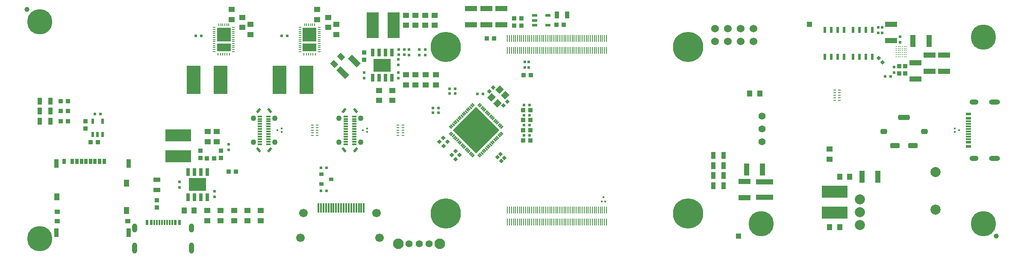
<source format=gbr>
%TF.GenerationSoftware,Altium Limited,Altium Designer,22.4.2 (48)*%
G04 Layer_Color=255*
%FSLAX26Y26*%
%MOIN*%
%TF.SameCoordinates,8C98EB32-1E12-42CD-A60B-9DA89663A72C*%
%TF.FilePolarity,Positive*%
%TF.FileFunction,Pads,Top*%
%TF.Part,Single*%
G01*
G75*
%TA.AperFunction,SMDPad,CuDef*%
%ADD12R,0.043307X0.023622*%
%ADD13R,0.043307X0.011811*%
%ADD14R,0.033465X0.011811*%
G04:AMPARAMS|DCode=15|XSize=19.685mil|YSize=40.551mil|CornerRadius=0mil|HoleSize=0mil|Usage=FLASHONLY|Rotation=40.000|XOffset=0mil|YOffset=0mil|HoleType=Round|Shape=Rectangle|*
%AMROTATEDRECTD15*
4,1,4,0.005493,-0.021859,-0.020573,0.009205,-0.005493,0.021859,0.020573,-0.009205,0.005493,-0.021859,0.0*
%
%ADD15ROTATEDRECTD15*%

G04:AMPARAMS|DCode=16|XSize=19.685mil|YSize=40.551mil|CornerRadius=0mil|HoleSize=0mil|Usage=FLASHONLY|Rotation=140.000|XOffset=0mil|YOffset=0mil|HoleType=Round|Shape=Rectangle|*
%AMROTATEDRECTD16*
4,1,4,0.020573,0.009205,-0.005493,-0.021859,-0.020573,-0.009205,0.005493,0.021859,0.020573,0.009205,0.0*
%
%ADD16ROTATEDRECTD16*%

%TA.AperFunction,BGAPad,CuDef*%
%ADD17C,0.007874*%
%TA.AperFunction,SMDPad,CuDef*%
%ADD18R,0.092520X0.200787*%
%ADD19R,0.035433X0.031496*%
%ADD20R,0.137795X0.102362*%
%ADD21R,0.031496X0.059055*%
%ADD22R,0.033465X0.035433*%
%ADD23R,0.023622X0.023622*%
%ADD24R,0.023622X0.007874*%
%ADD25R,0.107087X0.060236*%
%ADD26R,0.107087X0.107087*%
%ADD27R,0.009842X0.023622*%
%ADD28R,0.007874X0.023622*%
G04:AMPARAMS|DCode=29|XSize=11.024mil|YSize=27.165mil|CornerRadius=0mil|HoleSize=0mil|Usage=FLASHONLY|Rotation=315.000|XOffset=0mil|YOffset=0mil|HoleType=Round|Shape=Rectangle|*
%AMROTATEDRECTD29*
4,1,4,-0.013502,-0.005707,0.005707,0.013502,0.013502,0.005707,-0.005707,-0.013502,-0.013502,-0.005707,0.0*
%
%ADD29ROTATEDRECTD29*%

G04:AMPARAMS|DCode=30|XSize=11.024mil|YSize=27.165mil|CornerRadius=0mil|HoleSize=0mil|Usage=FLASHONLY|Rotation=45.000|XOffset=0mil|YOffset=0mil|HoleType=Round|Shape=Rectangle|*
%AMROTATEDRECTD30*
4,1,4,0.005707,-0.013502,-0.013502,0.005707,-0.005707,0.013502,0.013502,-0.005707,0.005707,-0.013502,0.0*
%
%ADD30ROTATEDRECTD30*%

%ADD31P,0.361905X4X180.0*%
%ADD32R,0.024016X0.050000*%
%ADD33R,0.035433X0.055118*%
%ADD34R,0.011811X0.074803*%
%ADD35R,0.007874X0.056299*%
%ADD36R,0.106299X0.220472*%
%ADD37R,0.049213X0.039370*%
%ADD38R,0.133858X0.043307*%
%ADD39R,0.039370X0.033465*%
%ADD40R,0.044488X0.055118*%
%ADD41R,0.035433X0.066929*%
%ADD42R,0.025591X0.039370*%
G04:AMPARAMS|DCode=43|XSize=51.181mil|YSize=43.307mil|CornerRadius=0mil|HoleSize=0mil|Usage=FLASHONLY|Rotation=225.000|XOffset=0mil|YOffset=0mil|HoleType=Round|Shape=Rectangle|*
%AMROTATEDRECTD43*
4,1,4,0.002784,0.033407,0.033407,0.002784,-0.002784,-0.033407,-0.033407,-0.002784,0.002784,0.033407,0.0*
%
%ADD43ROTATEDRECTD43*%

%ADD44R,0.023622X0.043307*%
%ADD45R,0.011811X0.043307*%
%TA.AperFunction,FiducialPad,Global*%
%ADD46C,0.039370*%
%ADD47R,0.039370X0.039370*%
%TA.AperFunction,SMDPad,CuDef*%
%ADD48P,0.033407X4X180.0*%
%ADD49R,0.043307X0.094488*%
%ADD50R,0.200787X0.092520*%
%ADD51R,0.023622X0.023622*%
%ADD52R,0.039370X0.049213*%
%ADD53R,0.035433X0.033465*%
%ADD54R,0.094488X0.043307*%
%ADD55P,0.033407X4X90.0*%
%ADD56R,0.055118X0.035433*%
%ADD57R,0.011811X0.011811*%
%ADD58R,0.011811X0.011811*%
%ADD59R,0.018701X0.007874*%
G04:AMPARAMS|DCode=60|XSize=43.307mil|YSize=94.488mil|CornerRadius=0mil|HoleSize=0mil|Usage=FLASHONLY|Rotation=45.000|XOffset=0mil|YOffset=0mil|HoleType=Round|Shape=Rectangle|*
%AMROTATEDRECTD60*
4,1,4,0.018095,-0.048718,-0.048718,0.018095,-0.018095,0.048718,0.048718,-0.018095,0.018095,-0.048718,0.0*
%
%ADD60ROTATEDRECTD60*%

G04:AMPARAMS|DCode=61|XSize=39.37mil|YSize=49.213mil|CornerRadius=0mil|HoleSize=0mil|Usage=FLASHONLY|Rotation=45.000|XOffset=0mil|YOffset=0mil|HoleType=Round|Shape=Rectangle|*
%AMROTATEDRECTD61*
4,1,4,0.003480,-0.031319,-0.031319,0.003480,-0.003480,0.031319,0.031319,-0.003480,0.003480,-0.031319,0.0*
%
%ADD61ROTATEDRECTD61*%

%TA.AperFunction,ComponentPad*%
%ADD76C,0.078740*%
%ADD77O,0.086614X0.039370*%
%ADD78O,0.070866X0.039370*%
G04:AMPARAMS|DCode=79|XSize=74.803mil|YSize=39.37mil|CornerRadius=9.842mil|HoleSize=0mil|Usage=FLASHONLY|Rotation=180.000|XOffset=0mil|YOffset=0mil|HoleType=Round|Shape=RoundedRectangle|*
%AMROUNDEDRECTD79*
21,1,0.074803,0.019685,0,0,180.0*
21,1,0.055118,0.039370,0,0,180.0*
1,1,0.019685,-0.027559,0.009843*
1,1,0.019685,0.027559,0.009843*
1,1,0.019685,0.027559,-0.009843*
1,1,0.019685,-0.027559,-0.009843*
%
%ADD79ROUNDEDRECTD79*%
G04:AMPARAMS|DCode=80|XSize=90.551mil|YSize=39.37mil|CornerRadius=9.842mil|HoleSize=0mil|Usage=FLASHONLY|Rotation=180.000|XOffset=0mil|YOffset=0mil|HoleType=Round|Shape=RoundedRectangle|*
%AMROUNDEDRECTD80*
21,1,0.090551,0.019685,0,0,180.0*
21,1,0.070866,0.039370,0,0,180.0*
1,1,0.019685,-0.035433,0.009843*
1,1,0.019685,0.035433,0.009843*
1,1,0.019685,0.035433,-0.009843*
1,1,0.019685,-0.035433,-0.009843*
%
%ADD80ROUNDEDRECTD80*%
G04:AMPARAMS|DCode=81|XSize=51.181mil|YSize=39.37mil|CornerRadius=9.842mil|HoleSize=0mil|Usage=FLASHONLY|Rotation=0.000|XOffset=0mil|YOffset=0mil|HoleType=Round|Shape=RoundedRectangle|*
%AMROUNDEDRECTD81*
21,1,0.051181,0.019685,0,0,0.0*
21,1,0.031496,0.039370,0,0,0.0*
1,1,0.019685,0.015748,-0.009843*
1,1,0.019685,-0.015748,-0.009843*
1,1,0.019685,-0.015748,0.009843*
1,1,0.019685,0.015748,0.009843*
%
%ADD81ROUNDEDRECTD81*%
%ADD82C,0.043307*%
%ADD83C,0.055118*%
%ADD84C,0.082677*%
%ADD85C,0.196850*%
%ADD86C,0.066929*%
%ADD87C,0.236220*%
%ADD88C,0.060000*%
%ADD89O,0.039370X0.086614*%
%ADD90O,0.039370X0.070866*%
D12*
X9744094Y3047244D02*
D03*
Y3078740D02*
D03*
Y2858268D02*
D03*
Y2826772D02*
D03*
X6362205Y3848425D02*
D03*
X6464567Y3773622D02*
D03*
Y3848425D02*
D03*
X6362205Y3811024D02*
D03*
Y3773622D02*
D03*
D13*
X9744094Y2883858D02*
D03*
Y2903543D02*
D03*
Y2923228D02*
D03*
Y2942913D02*
D03*
Y2962598D02*
D03*
Y2982284D02*
D03*
Y3001968D02*
D03*
Y3021653D02*
D03*
D14*
X4953937Y3061024D02*
D03*
Y3041339D02*
D03*
Y3021653D02*
D03*
Y3001968D02*
D03*
Y2982284D02*
D03*
Y2962598D02*
D03*
Y2942913D02*
D03*
Y2923228D02*
D03*
Y2903543D02*
D03*
Y2883858D02*
D03*
Y2864173D02*
D03*
Y2844488D02*
D03*
X4888583D02*
D03*
Y2864173D02*
D03*
Y2883858D02*
D03*
Y2903543D02*
D03*
Y2923228D02*
D03*
Y2942913D02*
D03*
Y2962598D02*
D03*
Y2982284D02*
D03*
Y3001968D02*
D03*
Y3021653D02*
D03*
Y3041339D02*
D03*
Y3061024D02*
D03*
X4284646D02*
D03*
Y3041339D02*
D03*
Y3021653D02*
D03*
Y3001968D02*
D03*
Y2982284D02*
D03*
Y2962598D02*
D03*
Y2942913D02*
D03*
Y2923228D02*
D03*
Y2903543D02*
D03*
Y2883858D02*
D03*
Y2864173D02*
D03*
Y2844488D02*
D03*
X4219291D02*
D03*
Y2864173D02*
D03*
Y2883858D02*
D03*
Y2903543D02*
D03*
Y2923228D02*
D03*
Y2942913D02*
D03*
Y2962598D02*
D03*
Y2982284D02*
D03*
Y3001968D02*
D03*
Y3021653D02*
D03*
Y3041339D02*
D03*
Y3061024D02*
D03*
D15*
X4876575Y2800000D02*
D03*
X4965945Y3105512D02*
D03*
X4207283Y2800000D02*
D03*
X4296654Y3105512D02*
D03*
D16*
X4965945Y2800000D02*
D03*
X4876575Y3105512D02*
D03*
X4296654Y2800000D02*
D03*
X4207283Y3105512D02*
D03*
D17*
X9181102Y3527559D02*
D03*
Y3543307D02*
D03*
Y3559055D02*
D03*
Y3574803D02*
D03*
Y3590551D02*
D03*
Y3606299D02*
D03*
X9196850Y3527559D02*
D03*
Y3543307D02*
D03*
Y3559055D02*
D03*
Y3574803D02*
D03*
Y3590551D02*
D03*
Y3606299D02*
D03*
X9212598Y3527559D02*
D03*
Y3543307D02*
D03*
Y3559055D02*
D03*
Y3574803D02*
D03*
Y3590551D02*
D03*
Y3606299D02*
D03*
X9228346Y3527559D02*
D03*
Y3543307D02*
D03*
Y3559055D02*
D03*
Y3574803D02*
D03*
Y3590551D02*
D03*
Y3606299D02*
D03*
X9244094Y3527559D02*
D03*
Y3543307D02*
D03*
Y3559055D02*
D03*
Y3574803D02*
D03*
Y3590551D02*
D03*
Y3606299D02*
D03*
X9259843Y3527559D02*
D03*
Y3543307D02*
D03*
Y3559055D02*
D03*
Y3574803D02*
D03*
Y3590551D02*
D03*
Y3606299D02*
D03*
D18*
X5099409Y3771653D02*
D03*
X5262795D02*
D03*
D19*
X4775591Y2570868D02*
D03*
X4696850Y2533467D02*
D03*
Y2608270D02*
D03*
D20*
X5173228Y3460630D02*
D03*
X3732284Y2528543D02*
D03*
D21*
X5098228Y3362205D02*
D03*
X5148228D02*
D03*
X5248228D02*
D03*
X5198228D02*
D03*
Y3559055D02*
D03*
X5248228D02*
D03*
X5148228D02*
D03*
X5098228D02*
D03*
X3657284Y2430118D02*
D03*
X3707284D02*
D03*
X3807284D02*
D03*
X3757284D02*
D03*
Y2626968D02*
D03*
X3807284D02*
D03*
X3707284D02*
D03*
X3657284D02*
D03*
D22*
X6270669Y2874016D02*
D03*
X6327756D02*
D03*
X3863189Y2733268D02*
D03*
X3806102D02*
D03*
X3975394Y2630905D02*
D03*
X4032480D02*
D03*
X2953746Y2858268D02*
D03*
X2896659D02*
D03*
X2721457Y3023622D02*
D03*
X2664370D02*
D03*
X5987205Y3669291D02*
D03*
X6044291D02*
D03*
X6331693Y3381890D02*
D03*
X6274606D02*
D03*
X2664370Y3102362D02*
D03*
X2721457D02*
D03*
X6587598Y3775591D02*
D03*
X6530512D02*
D03*
X2664370Y3181102D02*
D03*
X2721457D02*
D03*
X6270669Y3110236D02*
D03*
X6327756D02*
D03*
X6270669Y3031496D02*
D03*
X6327756D02*
D03*
X6270669Y2952756D02*
D03*
X6327756D02*
D03*
D23*
X3761811Y3688976D02*
D03*
X3718504D02*
D03*
X5344488Y3582677D02*
D03*
X5301181D02*
D03*
X4738189Y2661417D02*
D03*
X4694882D02*
D03*
X4738189Y2480315D02*
D03*
X4694882D02*
D03*
X5742126Y3276575D02*
D03*
X5698819D02*
D03*
X5742126Y3241142D02*
D03*
X5698819D02*
D03*
X5612205Y3125984D02*
D03*
X5568898D02*
D03*
Y3090551D02*
D03*
X5612205D02*
D03*
X5301181Y3543307D02*
D03*
X5344488D02*
D03*
X2974415Y3078740D02*
D03*
X2931108D02*
D03*
X6320866Y3149606D02*
D03*
X6277559D02*
D03*
X6320866Y3070866D02*
D03*
X6277559D02*
D03*
X6320866Y2992126D02*
D03*
X6277559D02*
D03*
X6320866Y2913386D02*
D03*
X6277559D02*
D03*
X5958661Y3236220D02*
D03*
X5915354D02*
D03*
X9139764Y3374016D02*
D03*
X9096457D02*
D03*
X4431102Y3688976D02*
D03*
X4387795D02*
D03*
D24*
X4531496Y3677165D02*
D03*
X4681102Y3755905D02*
D03*
Y3740157D02*
D03*
Y3708661D02*
D03*
Y3692913D02*
D03*
Y3677165D02*
D03*
Y3661417D02*
D03*
Y3645669D02*
D03*
Y3629921D02*
D03*
Y3614173D02*
D03*
Y3598425D02*
D03*
Y3582677D02*
D03*
Y3566929D02*
D03*
X4531496D02*
D03*
Y3582677D02*
D03*
Y3598425D02*
D03*
Y3614173D02*
D03*
Y3629921D02*
D03*
Y3645669D02*
D03*
Y3661417D02*
D03*
Y3692913D02*
D03*
Y3708661D02*
D03*
Y3724409D02*
D03*
Y3740157D02*
D03*
Y3755905D02*
D03*
X4681102Y3724409D02*
D03*
X3862205Y3677165D02*
D03*
X4011811Y3755905D02*
D03*
Y3740157D02*
D03*
Y3708661D02*
D03*
Y3692913D02*
D03*
Y3677165D02*
D03*
Y3661417D02*
D03*
Y3645669D02*
D03*
Y3629921D02*
D03*
Y3614173D02*
D03*
Y3598425D02*
D03*
Y3582677D02*
D03*
Y3566929D02*
D03*
X3862205D02*
D03*
Y3582677D02*
D03*
Y3598425D02*
D03*
Y3614173D02*
D03*
Y3629921D02*
D03*
Y3645669D02*
D03*
Y3661417D02*
D03*
Y3692913D02*
D03*
Y3708661D02*
D03*
Y3724409D02*
D03*
Y3740157D02*
D03*
Y3755905D02*
D03*
X4011811Y3724409D02*
D03*
D25*
X4606299Y3600000D02*
D03*
X3937008D02*
D03*
D26*
X4606299Y3699409D02*
D03*
X3937008D02*
D03*
D27*
X4650591Y3547244D02*
D03*
X4562008D02*
D03*
X3981299D02*
D03*
X3892717D02*
D03*
D28*
X4631890D02*
D03*
X4614173D02*
D03*
X4598425D02*
D03*
X4580709D02*
D03*
X4566929Y3775590D02*
D03*
X4582677D02*
D03*
X4598425D02*
D03*
X4614173D02*
D03*
X4629921D02*
D03*
X4645669D02*
D03*
X3962599Y3547244D02*
D03*
X3944882D02*
D03*
X3929134D02*
D03*
X3911417D02*
D03*
X3897638Y3775590D02*
D03*
X3913386D02*
D03*
X3929134D02*
D03*
X3944882D02*
D03*
X3960630D02*
D03*
X3976378D02*
D03*
D29*
X5883241Y2752316D02*
D03*
X5872105Y2763452D02*
D03*
X5860970Y2774587D02*
D03*
X5849834Y2785723D02*
D03*
X5838699Y2796858D02*
D03*
X5827563Y2807994D02*
D03*
X5816427Y2819129D02*
D03*
X5805292Y2830265D02*
D03*
X5794156Y2841401D02*
D03*
X5783021Y2852536D02*
D03*
X5771885Y2863672D02*
D03*
X5760750Y2874807D02*
D03*
X5705072Y2930485D02*
D03*
X5716208Y2919349D02*
D03*
X5727343Y2908214D02*
D03*
X5738479Y2897078D02*
D03*
X5749614Y2885943D02*
D03*
X5938918Y3142060D02*
D03*
X5927783Y3153196D02*
D03*
X5950054Y3130925D02*
D03*
X5961190Y3119789D02*
D03*
X5972325Y3108653D02*
D03*
X5983461Y3097518D02*
D03*
X5994596Y3086382D02*
D03*
X6005732Y3075247D02*
D03*
X6016867Y3064111D02*
D03*
X6028003Y3052976D02*
D03*
X6105952Y2975027D02*
D03*
X6094816Y2986162D02*
D03*
X6083680Y2997298D02*
D03*
X6072545Y3008434D02*
D03*
X6061409Y3019569D02*
D03*
X6050274Y3030705D02*
D03*
X6039138Y3041840D02*
D03*
D30*
X5727343Y2997298D02*
D03*
X5716208Y2986162D02*
D03*
X5705072Y2975027D02*
D03*
X5738479Y3008434D02*
D03*
X5749614Y3019569D02*
D03*
X5760750Y3030705D02*
D03*
X5771885Y3041840D02*
D03*
X5783021Y3052976D02*
D03*
X5794156Y3064111D02*
D03*
X5805292Y3075247D02*
D03*
X5816427Y3086382D02*
D03*
X5883241Y3153196D02*
D03*
X5872105Y3142060D02*
D03*
X5860970Y3130925D02*
D03*
X5849834Y3119789D02*
D03*
X5838699Y3108653D02*
D03*
X5827563Y3097518D02*
D03*
X6105952Y2930485D02*
D03*
X6094816Y2919349D02*
D03*
X6083680Y2908214D02*
D03*
X6072545Y2897078D02*
D03*
X6061409Y2885943D02*
D03*
X6050274Y2874807D02*
D03*
X6039138Y2863672D02*
D03*
X6028003Y2852536D02*
D03*
X6016867Y2841401D02*
D03*
X5927783Y2752316D02*
D03*
X5938918Y2763452D02*
D03*
X5950054Y2774587D02*
D03*
X5961190Y2785723D02*
D03*
X5972325Y2796858D02*
D03*
X5983461Y2807994D02*
D03*
X5994596Y2819129D02*
D03*
X6005732Y2830265D02*
D03*
D31*
X5905512Y2952756D02*
D03*
D32*
X8996260Y3735039D02*
D03*
X8946260D02*
D03*
X8896260D02*
D03*
X8846260D02*
D03*
Y3524803D02*
D03*
X8896260D02*
D03*
X8946260D02*
D03*
X8996260D02*
D03*
X8775787Y3735039D02*
D03*
X8725787D02*
D03*
X8675787D02*
D03*
X8625787D02*
D03*
Y3524803D02*
D03*
X8675787D02*
D03*
X8725787D02*
D03*
X8775787D02*
D03*
D33*
X7753937Y2519685D02*
D03*
X7836614D02*
D03*
X2584646Y3023622D02*
D03*
X2501968D02*
D03*
X2584646Y3102362D02*
D03*
X2501968D02*
D03*
X6533465Y3854331D02*
D03*
X6616142D02*
D03*
X2584646Y3181102D02*
D03*
X2501968D02*
D03*
X7753937Y2755905D02*
D03*
X7836614D02*
D03*
X7753937Y2677165D02*
D03*
X7836614D02*
D03*
X7753937Y2598425D02*
D03*
X7836614D02*
D03*
D34*
X5029528Y2346457D02*
D03*
X5009842D02*
D03*
X4990158D02*
D03*
X4950787D02*
D03*
X4911417D02*
D03*
X4970472D02*
D03*
X4931102D02*
D03*
X4891732D02*
D03*
X4872047D02*
D03*
X4852362D02*
D03*
X4675197D02*
D03*
X4694882D02*
D03*
X4734252D02*
D03*
X4773622D02*
D03*
X4714567D02*
D03*
X4753937D02*
D03*
X4793307D02*
D03*
X4812992D02*
D03*
X4832677D02*
D03*
D35*
X6543307Y2236614D02*
D03*
X6559055D02*
D03*
X6574803D02*
D03*
X6590551D02*
D03*
X6606299D02*
D03*
X6622047D02*
D03*
X6637795D02*
D03*
X6653543D02*
D03*
X6669291D02*
D03*
X6685039D02*
D03*
X6700787D02*
D03*
X6716535D02*
D03*
X6732283D02*
D03*
X6748031D02*
D03*
X6763779D02*
D03*
X6779528D02*
D03*
X6795276D02*
D03*
X6811024D02*
D03*
X6826772D02*
D03*
X6842520D02*
D03*
X6858268D02*
D03*
X6874016D02*
D03*
X6889764D02*
D03*
X6905512D02*
D03*
X6921260D02*
D03*
X6149606D02*
D03*
X6165354D02*
D03*
X6181102D02*
D03*
X6196850D02*
D03*
X6212598D02*
D03*
X6228346D02*
D03*
X6244094D02*
D03*
X6259842D02*
D03*
X6275590D02*
D03*
X6291338D02*
D03*
X6307087D02*
D03*
X6322834D02*
D03*
X6338583D02*
D03*
X6354331D02*
D03*
X6370079D02*
D03*
X6385827D02*
D03*
X6401575D02*
D03*
X6417323D02*
D03*
X6433071D02*
D03*
X6448819D02*
D03*
X6464567D02*
D03*
X6480315D02*
D03*
X6496063D02*
D03*
X6511811D02*
D03*
X6527559D02*
D03*
X6543307Y2330315D02*
D03*
X6559055D02*
D03*
X6574803D02*
D03*
X6590551D02*
D03*
X6606299D02*
D03*
X6622047D02*
D03*
X6637795D02*
D03*
X6653543D02*
D03*
X6669291D02*
D03*
X6685039D02*
D03*
X6700787D02*
D03*
X6716535D02*
D03*
X6732283D02*
D03*
X6748031D02*
D03*
X6763779D02*
D03*
X6779528D02*
D03*
X6795276D02*
D03*
X6811024D02*
D03*
X6826772D02*
D03*
X6842520D02*
D03*
X6858268D02*
D03*
X6874016D02*
D03*
X6889764D02*
D03*
X6905512D02*
D03*
X6921260D02*
D03*
X6149606D02*
D03*
X6165354D02*
D03*
X6181102D02*
D03*
X6196850D02*
D03*
X6212598D02*
D03*
X6228346D02*
D03*
X6244094D02*
D03*
X6259842D02*
D03*
X6275590D02*
D03*
X6291338D02*
D03*
X6307087D02*
D03*
X6322834D02*
D03*
X6338583D02*
D03*
X6354331D02*
D03*
X6370079D02*
D03*
X6385827D02*
D03*
X6401575D02*
D03*
X6417323D02*
D03*
X6433071D02*
D03*
X6448819D02*
D03*
X6464567D02*
D03*
X6480315D02*
D03*
X6496063D02*
D03*
X6511811D02*
D03*
X6527559D02*
D03*
X6543307Y3575197D02*
D03*
X6559055D02*
D03*
X6574803D02*
D03*
X6590551D02*
D03*
X6606299D02*
D03*
X6622047D02*
D03*
X6637795D02*
D03*
X6653543D02*
D03*
X6669291D02*
D03*
X6685039D02*
D03*
X6700787D02*
D03*
X6716535D02*
D03*
X6732283D02*
D03*
X6748031D02*
D03*
X6763779D02*
D03*
X6779528D02*
D03*
X6795276D02*
D03*
X6811024D02*
D03*
X6826772D02*
D03*
X6842520D02*
D03*
X6858268D02*
D03*
X6874016D02*
D03*
X6889764D02*
D03*
X6905512D02*
D03*
X6921260D02*
D03*
X6149606D02*
D03*
X6165354D02*
D03*
X6181102D02*
D03*
X6196850D02*
D03*
X6212598D02*
D03*
X6228346D02*
D03*
X6244094D02*
D03*
X6259842D02*
D03*
X6275590D02*
D03*
X6291338D02*
D03*
X6307087D02*
D03*
X6322834D02*
D03*
X6338583D02*
D03*
X6354331D02*
D03*
X6370079D02*
D03*
X6385827D02*
D03*
X6401575D02*
D03*
X6417323D02*
D03*
X6433071D02*
D03*
X6448819D02*
D03*
X6464567D02*
D03*
X6480315D02*
D03*
X6496063D02*
D03*
X6511811D02*
D03*
X6527559D02*
D03*
X6543307Y3668898D02*
D03*
X6559055D02*
D03*
X6574803D02*
D03*
X6590551D02*
D03*
X6606299D02*
D03*
X6622047D02*
D03*
X6637795D02*
D03*
X6653543D02*
D03*
X6669291D02*
D03*
X6685039D02*
D03*
X6700787D02*
D03*
X6716535D02*
D03*
X6732283D02*
D03*
X6748031D02*
D03*
X6763779D02*
D03*
X6779528D02*
D03*
X6795276D02*
D03*
X6811024D02*
D03*
X6826772D02*
D03*
X6842520D02*
D03*
X6858268D02*
D03*
X6874016D02*
D03*
X6889764D02*
D03*
X6905512D02*
D03*
X6921260D02*
D03*
X6149606D02*
D03*
X6165354D02*
D03*
X6181102D02*
D03*
X6196850D02*
D03*
X6212598D02*
D03*
X6228346D02*
D03*
X6244094D02*
D03*
X6259842D02*
D03*
X6275590D02*
D03*
X6291338D02*
D03*
X6307087D02*
D03*
X6322834D02*
D03*
X6338583D02*
D03*
X6354331D02*
D03*
X6370079D02*
D03*
X6385827D02*
D03*
X6401575D02*
D03*
X6417323D02*
D03*
X6433071D02*
D03*
X6448819D02*
D03*
X6464567D02*
D03*
X6480315D02*
D03*
X6496063D02*
D03*
X6511811D02*
D03*
X6527559D02*
D03*
D36*
X3702756Y3346457D02*
D03*
X3911417D02*
D03*
X4372047D02*
D03*
X4580709D02*
D03*
D37*
X8661417Y2727362D02*
D03*
Y2806102D02*
D03*
X3811024Y2863189D02*
D03*
Y2941929D02*
D03*
X3881890Y2863189D02*
D03*
Y2941929D02*
D03*
X4224495Y2246938D02*
D03*
Y2325678D02*
D03*
X4121143Y2246938D02*
D03*
Y2325678D02*
D03*
X4016808Y2246938D02*
D03*
Y2325678D02*
D03*
X3912472Y2246938D02*
D03*
Y2325678D02*
D03*
X3809120Y2246938D02*
D03*
Y2325678D02*
D03*
X5358268Y3850394D02*
D03*
Y3771653D02*
D03*
X5507874Y3850394D02*
D03*
Y3771653D02*
D03*
X5433071Y3850394D02*
D03*
Y3771653D02*
D03*
X5582677Y3850394D02*
D03*
Y3771653D02*
D03*
X5590551Y3385827D02*
D03*
Y3307087D02*
D03*
X5511811Y3385827D02*
D03*
Y3307087D02*
D03*
X5433071Y3385827D02*
D03*
Y3307087D02*
D03*
X5358290Y3385827D02*
D03*
Y3307087D02*
D03*
X5251991Y3185044D02*
D03*
Y3263784D02*
D03*
X5149629Y3185044D02*
D03*
Y3263784D02*
D03*
X3997047Y3895669D02*
D03*
Y3816929D02*
D03*
X4666339Y3895669D02*
D03*
Y3816929D02*
D03*
X4751968Y3834646D02*
D03*
Y3755905D02*
D03*
X4145669Y3779528D02*
D03*
Y3700787D02*
D03*
X4814961Y3779528D02*
D03*
Y3700787D02*
D03*
X4082677Y3834646D02*
D03*
Y3755905D02*
D03*
D38*
X8155512Y2549213D02*
D03*
Y2431102D02*
D03*
D39*
X3188976Y2241929D02*
D03*
X2637795D02*
D03*
Y2317913D02*
D03*
D40*
X2635827Y2434055D02*
D03*
X3179134Y2540354D02*
D03*
Y2325787D02*
D03*
D41*
X2631890Y2693898D02*
D03*
X3194882D02*
D03*
X2632978Y2154528D02*
D03*
X3195984Y2154169D02*
D03*
D42*
X2692126Y2708661D02*
D03*
X2791339D02*
D03*
X2826772D02*
D03*
X2862205D02*
D03*
X2897638D02*
D03*
X2933071D02*
D03*
X2968504D02*
D03*
X3003937D02*
D03*
X2755905D02*
D03*
D43*
X6131634Y3224887D02*
D03*
X6070389Y3163642D02*
D03*
X6025846Y3208184D02*
D03*
X6087092Y3269429D02*
D03*
D44*
X3559055Y2234252D02*
D03*
X3590551D02*
D03*
X3370079D02*
D03*
X3338583D02*
D03*
X2915354Y2921260D02*
D03*
X2990157Y3023622D02*
D03*
X2915354D02*
D03*
X2952756Y2921260D02*
D03*
X2990157D02*
D03*
D45*
X3395669Y2234252D02*
D03*
X3415354D02*
D03*
X3435039D02*
D03*
X3454724D02*
D03*
X3474409D02*
D03*
X3494095D02*
D03*
X3513780D02*
D03*
X3533465D02*
D03*
D46*
X9960630Y2125984D02*
D03*
X2401575Y3897638D02*
D03*
D47*
X8503937Y3779528D02*
D03*
X7952756Y2125984D02*
D03*
D48*
X6071303Y2743658D02*
D03*
X6101925Y2713035D02*
D03*
X6094925Y2767280D02*
D03*
X6125547Y2736657D02*
D03*
X9074366Y3484689D02*
D03*
X9043744Y3515311D02*
D03*
D49*
X8913386Y2588583D02*
D03*
X9039370D02*
D03*
X8013780Y2647638D02*
D03*
X8139764D02*
D03*
X9437008Y3649606D02*
D03*
X9311024D02*
D03*
D50*
X8700787Y2310039D02*
D03*
Y2473425D02*
D03*
X3582677Y2750000D02*
D03*
Y2913386D02*
D03*
D51*
X3590551Y2506890D02*
D03*
Y2550197D02*
D03*
X3866142Y2475394D02*
D03*
Y2432087D02*
D03*
X3976378Y2841535D02*
D03*
Y2798228D02*
D03*
X9165354Y3403543D02*
D03*
Y3446850D02*
D03*
X5031496Y3360236D02*
D03*
Y3403543D02*
D03*
X5507874Y3541339D02*
D03*
Y3584646D02*
D03*
X5299213Y3403543D02*
D03*
Y3360236D02*
D03*
X5381890Y3584646D02*
D03*
Y3541339D02*
D03*
X9212598Y3683071D02*
D03*
Y3639764D02*
D03*
X5460630Y3584646D02*
D03*
Y3541339D02*
D03*
X5299213Y3505905D02*
D03*
Y3462598D02*
D03*
X6314961Y3486220D02*
D03*
Y3442913D02*
D03*
X6283465Y3486220D02*
D03*
Y3442913D02*
D03*
X9040354Y3712599D02*
D03*
Y3755905D02*
D03*
X9071850Y3712599D02*
D03*
Y3755905D02*
D03*
D52*
X3627843Y2327696D02*
D03*
X3706584D02*
D03*
X8118110Y3240157D02*
D03*
X8039370D02*
D03*
X8661417Y2194882D02*
D03*
X8740157D02*
D03*
X8818898Y2588583D02*
D03*
X8740157D02*
D03*
D53*
X3755905Y2793307D02*
D03*
Y2736220D02*
D03*
X3913386Y2793307D02*
D03*
Y2736220D02*
D03*
X9251968Y3396654D02*
D03*
Y3453740D02*
D03*
X9204724Y3396654D02*
D03*
Y3453740D02*
D03*
X2858273Y2967520D02*
D03*
Y3024606D02*
D03*
X6200787Y3827756D02*
D03*
Y3770669D02*
D03*
X6259842Y3827756D02*
D03*
Y3770669D02*
D03*
X5031496Y3560039D02*
D03*
Y3502953D02*
D03*
X3415354Y2405512D02*
D03*
Y2348425D02*
D03*
D54*
X7998032Y2553150D02*
D03*
Y2427165D02*
D03*
X9141732Y3779528D02*
D03*
Y3653543D02*
D03*
X9330709Y3354331D02*
D03*
Y3480315D02*
D03*
X9555118Y3413386D02*
D03*
Y3539370D02*
D03*
X9440945Y3413386D02*
D03*
Y3539370D02*
D03*
X6102362Y3901575D02*
D03*
Y3775591D02*
D03*
X5866142Y3901575D02*
D03*
Y3775591D02*
D03*
X5984252Y3901575D02*
D03*
Y3775591D02*
D03*
D55*
X5649170Y2893264D02*
D03*
X5618547Y2862642D02*
D03*
X5680666Y2861768D02*
D03*
X5650043Y2831145D02*
D03*
X5744642Y2789918D02*
D03*
X5714019Y2759295D02*
D03*
X5776138Y2758421D02*
D03*
X5745516Y2727799D02*
D03*
X6038933Y3286965D02*
D03*
X6008311Y3256342D02*
D03*
X6149169Y3176729D02*
D03*
X6118547Y3146106D02*
D03*
D56*
X3415354Y2485236D02*
D03*
Y2567913D02*
D03*
D57*
X6897638Y2431102D02*
D03*
X6911417Y2397638D02*
D03*
X6883858D02*
D03*
D58*
X4353346Y2952756D02*
D03*
X4386811Y2966535D02*
D03*
Y2938976D02*
D03*
X5022638Y2952756D02*
D03*
X5056102Y2966535D02*
D03*
Y2938976D02*
D03*
X9671260Y2952756D02*
D03*
X9637795Y2938976D02*
D03*
Y2966535D02*
D03*
D59*
X4664370Y2992126D02*
D03*
Y2972441D02*
D03*
Y2952756D02*
D03*
Y2933071D02*
D03*
Y2913386D02*
D03*
X4626968D02*
D03*
Y2933071D02*
D03*
Y2952756D02*
D03*
Y2972441D02*
D03*
Y2992126D02*
D03*
X5333661D02*
D03*
Y2972441D02*
D03*
Y2952756D02*
D03*
Y2933071D02*
D03*
Y2913386D02*
D03*
X5296260D02*
D03*
Y2933071D02*
D03*
Y2952756D02*
D03*
Y2972441D02*
D03*
Y2992126D02*
D03*
X8701772Y3187008D02*
D03*
Y3206693D02*
D03*
Y3226378D02*
D03*
Y3246063D02*
D03*
Y3265748D02*
D03*
X8739173D02*
D03*
Y3246063D02*
D03*
Y3226378D02*
D03*
Y3206693D02*
D03*
Y3187008D02*
D03*
D60*
X4865891Y3403293D02*
D03*
X4954975Y3492377D02*
D03*
D61*
X4852642Y3526855D02*
D03*
X4796964Y3471177D02*
D03*
D76*
X8897638Y2412992D02*
D03*
Y2312992D02*
D03*
Y2212992D02*
D03*
X9488189Y2627953D02*
D03*
Y2332677D02*
D03*
D77*
X9946850Y2731496D02*
D03*
Y3174016D02*
D03*
D78*
X9789370Y2731496D02*
D03*
Y3174016D02*
D03*
D79*
X9173228Y2832677D02*
D03*
X9311024D02*
D03*
D80*
X9242126Y3053150D02*
D03*
D81*
X9084252Y2942913D02*
D03*
X9400000D02*
D03*
D82*
X4836614Y3047244D02*
D03*
Y2858268D02*
D03*
X5005905D02*
D03*
Y3047244D02*
D03*
X4167323D02*
D03*
Y2858268D02*
D03*
X4336614D02*
D03*
Y3047244D02*
D03*
D83*
X8135827Y2862599D02*
D03*
Y2962599D02*
D03*
Y3062599D02*
D03*
X5539370Y2066929D02*
D03*
X5460630D02*
D03*
X5381890D02*
D03*
D84*
X5299213D02*
D03*
X5622047D02*
D03*
D85*
X9862205Y3681102D02*
D03*
X8129921Y2224409D02*
D03*
X2500000Y2106299D02*
D03*
Y3799213D02*
D03*
X9862205Y2224409D02*
D03*
D86*
X4533465Y2114173D02*
D03*
X4557087Y2307087D02*
D03*
X5151575Y2114173D02*
D03*
X5127953Y2307087D02*
D03*
D87*
X5669291Y3602362D02*
D03*
X7559055Y2303150D02*
D03*
Y3602362D02*
D03*
X5669291Y2303150D02*
D03*
D88*
X8067717Y3646850D02*
D03*
Y3746850D02*
D03*
X7767717D02*
D03*
Y3646850D02*
D03*
X7867717D02*
D03*
Y3746850D02*
D03*
X7967717Y3646850D02*
D03*
Y3746850D02*
D03*
D89*
X3243307Y2031496D02*
D03*
X3685827D02*
D03*
D90*
X3243307Y2188976D02*
D03*
X3685827D02*
D03*
%TF.MD5,5a83c125d34716e502d6c6cf2a0c081c*%
M02*

</source>
